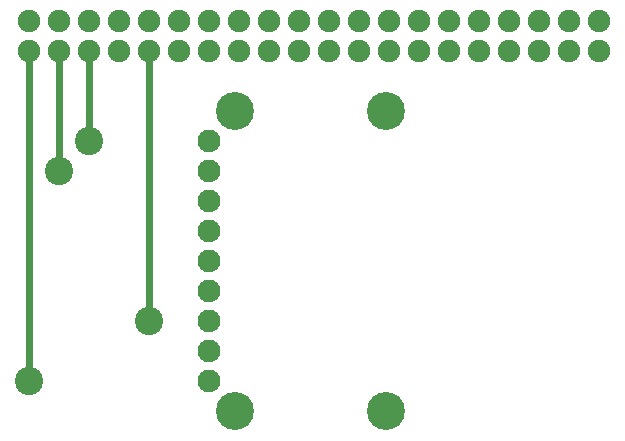
<source format=gtl>
G04 MADE WITH FRITZING*
G04 WWW.FRITZING.ORG*
G04 DOUBLE SIDED*
G04 HOLES PLATED*
G04 CONTOUR ON CENTER OF CONTOUR VECTOR*
%ASAXBY*%
%FSLAX23Y23*%
%MOIN*%
%OFA0B0*%
%SFA1.0B1.0*%
%ADD10C,0.076000*%
%ADD11C,0.126614*%
%ADD12C,0.094488*%
%ADD13C,0.075361*%
%ADD14C,0.024000*%
%LNCOPPER1*%
G90*
G70*
G54D10*
X717Y871D03*
X717Y471D03*
G54D11*
X802Y171D03*
G54D10*
X717Y671D03*
X717Y271D03*
G54D11*
X1307Y1171D03*
G54D10*
X717Y771D03*
X717Y571D03*
X717Y371D03*
G54D11*
X1307Y171D03*
X802Y1171D03*
G54D10*
X717Y1071D03*
X717Y971D03*
G54D12*
X517Y471D03*
G54D13*
X117Y1371D03*
X217Y1371D03*
X317Y1371D03*
X417Y1371D03*
X517Y1371D03*
X617Y1371D03*
X717Y1371D03*
X817Y1371D03*
X917Y1371D03*
X1017Y1371D03*
X1117Y1371D03*
X1217Y1371D03*
X1317Y1371D03*
X1417Y1371D03*
X1517Y1371D03*
X1617Y1371D03*
X1717Y1371D03*
X1817Y1371D03*
X1917Y1371D03*
X2017Y1371D03*
X2017Y1471D03*
X1917Y1471D03*
X1817Y1471D03*
X1717Y1471D03*
X1617Y1471D03*
X1517Y1471D03*
X1417Y1471D03*
X1317Y1471D03*
X1217Y1471D03*
X1117Y1471D03*
X1017Y1471D03*
X917Y1471D03*
X817Y1471D03*
X717Y1471D03*
X617Y1471D03*
X517Y1471D03*
X417Y1471D03*
X317Y1471D03*
X217Y1471D03*
X117Y1471D03*
G54D12*
X317Y1071D03*
X217Y971D03*
X117Y271D03*
G54D14*
X517Y498D02*
X517Y1339D01*
D02*
X317Y1098D02*
X317Y1339D01*
D02*
X217Y998D02*
X217Y1339D01*
D02*
X117Y298D02*
X117Y1339D01*
G04 End of Copper1*
M02*
</source>
